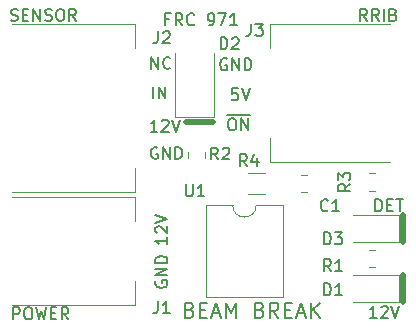
<source format=gbr>
%TF.GenerationSoftware,KiCad,Pcbnew,7.0.10-7.0.10~ubuntu20.04.1*%
%TF.CreationDate,2024-01-20T13:36:01-08:00*%
%TF.ProjectId,beambreak,6265616d-6272-4656-916b-2e6b69636164,rev?*%
%TF.SameCoordinates,Original*%
%TF.FileFunction,Legend,Top*%
%TF.FilePolarity,Positive*%
%FSLAX46Y46*%
G04 Gerber Fmt 4.6, Leading zero omitted, Abs format (unit mm)*
G04 Created by KiCad (PCBNEW 7.0.10-7.0.10~ubuntu20.04.1) date 2024-01-20 13:36:01*
%MOMM*%
%LPD*%
G01*
G04 APERTURE LIST*
%ADD10C,0.508000*%
%ADD11C,0.150000*%
%ADD12C,0.203200*%
%ADD13C,0.120000*%
G04 APERTURE END LIST*
D10*
X142316200Y-103648000D02*
X142316200Y-105918000D01*
X142316200Y-98560000D02*
X142316200Y-100830000D01*
X123968000Y-90678000D02*
X126238000Y-90678000D01*
D11*
X122555333Y-81973009D02*
X122222000Y-81973009D01*
X122222000Y-82496819D02*
X122222000Y-81496819D01*
X122222000Y-81496819D02*
X122698190Y-81496819D01*
X123650571Y-82496819D02*
X123317238Y-82020628D01*
X123079143Y-82496819D02*
X123079143Y-81496819D01*
X123079143Y-81496819D02*
X123460095Y-81496819D01*
X123460095Y-81496819D02*
X123555333Y-81544438D01*
X123555333Y-81544438D02*
X123602952Y-81592057D01*
X123602952Y-81592057D02*
X123650571Y-81687295D01*
X123650571Y-81687295D02*
X123650571Y-81830152D01*
X123650571Y-81830152D02*
X123602952Y-81925390D01*
X123602952Y-81925390D02*
X123555333Y-81973009D01*
X123555333Y-81973009D02*
X123460095Y-82020628D01*
X123460095Y-82020628D02*
X123079143Y-82020628D01*
X124650571Y-82401580D02*
X124602952Y-82449200D01*
X124602952Y-82449200D02*
X124460095Y-82496819D01*
X124460095Y-82496819D02*
X124364857Y-82496819D01*
X124364857Y-82496819D02*
X124222000Y-82449200D01*
X124222000Y-82449200D02*
X124126762Y-82353961D01*
X124126762Y-82353961D02*
X124079143Y-82258723D01*
X124079143Y-82258723D02*
X124031524Y-82068247D01*
X124031524Y-82068247D02*
X124031524Y-81925390D01*
X124031524Y-81925390D02*
X124079143Y-81734914D01*
X124079143Y-81734914D02*
X124126762Y-81639676D01*
X124126762Y-81639676D02*
X124222000Y-81544438D01*
X124222000Y-81544438D02*
X124364857Y-81496819D01*
X124364857Y-81496819D02*
X124460095Y-81496819D01*
X124460095Y-81496819D02*
X124602952Y-81544438D01*
X124602952Y-81544438D02*
X124650571Y-81592057D01*
X125888667Y-82496819D02*
X126079143Y-82496819D01*
X126079143Y-82496819D02*
X126174381Y-82449200D01*
X126174381Y-82449200D02*
X126222000Y-82401580D01*
X126222000Y-82401580D02*
X126317238Y-82258723D01*
X126317238Y-82258723D02*
X126364857Y-82068247D01*
X126364857Y-82068247D02*
X126364857Y-81687295D01*
X126364857Y-81687295D02*
X126317238Y-81592057D01*
X126317238Y-81592057D02*
X126269619Y-81544438D01*
X126269619Y-81544438D02*
X126174381Y-81496819D01*
X126174381Y-81496819D02*
X125983905Y-81496819D01*
X125983905Y-81496819D02*
X125888667Y-81544438D01*
X125888667Y-81544438D02*
X125841048Y-81592057D01*
X125841048Y-81592057D02*
X125793429Y-81687295D01*
X125793429Y-81687295D02*
X125793429Y-81925390D01*
X125793429Y-81925390D02*
X125841048Y-82020628D01*
X125841048Y-82020628D02*
X125888667Y-82068247D01*
X125888667Y-82068247D02*
X125983905Y-82115866D01*
X125983905Y-82115866D02*
X126174381Y-82115866D01*
X126174381Y-82115866D02*
X126269619Y-82068247D01*
X126269619Y-82068247D02*
X126317238Y-82020628D01*
X126317238Y-82020628D02*
X126364857Y-81925390D01*
X126698191Y-81496819D02*
X127364857Y-81496819D01*
X127364857Y-81496819D02*
X126936286Y-82496819D01*
X128269619Y-82496819D02*
X127698191Y-82496819D01*
X127983905Y-82496819D02*
X127983905Y-81496819D01*
X127983905Y-81496819D02*
X127888667Y-81639676D01*
X127888667Y-81639676D02*
X127793429Y-81734914D01*
X127793429Y-81734914D02*
X127698191Y-81782533D01*
X127774649Y-90386819D02*
X127965125Y-90386819D01*
X127965125Y-90386819D02*
X128060363Y-90434438D01*
X128060363Y-90434438D02*
X128155601Y-90529676D01*
X128155601Y-90529676D02*
X128203220Y-90720152D01*
X128203220Y-90720152D02*
X128203220Y-91053485D01*
X128203220Y-91053485D02*
X128155601Y-91243961D01*
X128155601Y-91243961D02*
X128060363Y-91339200D01*
X128060363Y-91339200D02*
X127965125Y-91386819D01*
X127965125Y-91386819D02*
X127774649Y-91386819D01*
X127774649Y-91386819D02*
X127679411Y-91339200D01*
X127679411Y-91339200D02*
X127584173Y-91243961D01*
X127584173Y-91243961D02*
X127536554Y-91053485D01*
X127536554Y-91053485D02*
X127536554Y-90720152D01*
X127536554Y-90720152D02*
X127584173Y-90529676D01*
X127584173Y-90529676D02*
X127679411Y-90434438D01*
X127679411Y-90434438D02*
X127774649Y-90386819D01*
X128631792Y-91386819D02*
X128631792Y-90386819D01*
X128631792Y-90386819D02*
X129203220Y-91386819D01*
X129203220Y-91386819D02*
X129203220Y-90386819D01*
X127446078Y-90109200D02*
X129341316Y-90109200D01*
X122374819Y-100441047D02*
X122374819Y-101012475D01*
X122374819Y-100726761D02*
X121374819Y-100726761D01*
X121374819Y-100726761D02*
X121517676Y-100821999D01*
X121517676Y-100821999D02*
X121612914Y-100917237D01*
X121612914Y-100917237D02*
X121660533Y-101012475D01*
X121470057Y-100060094D02*
X121422438Y-100012475D01*
X121422438Y-100012475D02*
X121374819Y-99917237D01*
X121374819Y-99917237D02*
X121374819Y-99679142D01*
X121374819Y-99679142D02*
X121422438Y-99583904D01*
X121422438Y-99583904D02*
X121470057Y-99536285D01*
X121470057Y-99536285D02*
X121565295Y-99488666D01*
X121565295Y-99488666D02*
X121660533Y-99488666D01*
X121660533Y-99488666D02*
X121803390Y-99536285D01*
X121803390Y-99536285D02*
X122374819Y-100107713D01*
X122374819Y-100107713D02*
X122374819Y-99488666D01*
X121374819Y-99202951D02*
X122374819Y-98869618D01*
X122374819Y-98869618D02*
X121374819Y-98536285D01*
X127409601Y-85354438D02*
X127314363Y-85306819D01*
X127314363Y-85306819D02*
X127171506Y-85306819D01*
X127171506Y-85306819D02*
X127028649Y-85354438D01*
X127028649Y-85354438D02*
X126933411Y-85449676D01*
X126933411Y-85449676D02*
X126885792Y-85544914D01*
X126885792Y-85544914D02*
X126838173Y-85735390D01*
X126838173Y-85735390D02*
X126838173Y-85878247D01*
X126838173Y-85878247D02*
X126885792Y-86068723D01*
X126885792Y-86068723D02*
X126933411Y-86163961D01*
X126933411Y-86163961D02*
X127028649Y-86259200D01*
X127028649Y-86259200D02*
X127171506Y-86306819D01*
X127171506Y-86306819D02*
X127266744Y-86306819D01*
X127266744Y-86306819D02*
X127409601Y-86259200D01*
X127409601Y-86259200D02*
X127457220Y-86211580D01*
X127457220Y-86211580D02*
X127457220Y-85878247D01*
X127457220Y-85878247D02*
X127266744Y-85878247D01*
X127885792Y-86306819D02*
X127885792Y-85306819D01*
X127885792Y-85306819D02*
X128457220Y-86306819D01*
X128457220Y-86306819D02*
X128457220Y-85306819D01*
X128933411Y-86306819D02*
X128933411Y-85306819D01*
X128933411Y-85306819D02*
X129171506Y-85306819D01*
X129171506Y-85306819D02*
X129314363Y-85354438D01*
X129314363Y-85354438D02*
X129409601Y-85449676D01*
X129409601Y-85449676D02*
X129457220Y-85544914D01*
X129457220Y-85544914D02*
X129504839Y-85735390D01*
X129504839Y-85735390D02*
X129504839Y-85878247D01*
X129504839Y-85878247D02*
X129457220Y-86068723D01*
X129457220Y-86068723D02*
X129409601Y-86163961D01*
X129409601Y-86163961D02*
X129314363Y-86259200D01*
X129314363Y-86259200D02*
X129171506Y-86306819D01*
X129171506Y-86306819D02*
X128933411Y-86306819D01*
X121539095Y-92847438D02*
X121443857Y-92799819D01*
X121443857Y-92799819D02*
X121301000Y-92799819D01*
X121301000Y-92799819D02*
X121158143Y-92847438D01*
X121158143Y-92847438D02*
X121062905Y-92942676D01*
X121062905Y-92942676D02*
X121015286Y-93037914D01*
X121015286Y-93037914D02*
X120967667Y-93228390D01*
X120967667Y-93228390D02*
X120967667Y-93371247D01*
X120967667Y-93371247D02*
X121015286Y-93561723D01*
X121015286Y-93561723D02*
X121062905Y-93656961D01*
X121062905Y-93656961D02*
X121158143Y-93752200D01*
X121158143Y-93752200D02*
X121301000Y-93799819D01*
X121301000Y-93799819D02*
X121396238Y-93799819D01*
X121396238Y-93799819D02*
X121539095Y-93752200D01*
X121539095Y-93752200D02*
X121586714Y-93704580D01*
X121586714Y-93704580D02*
X121586714Y-93371247D01*
X121586714Y-93371247D02*
X121396238Y-93371247D01*
X122015286Y-93799819D02*
X122015286Y-92799819D01*
X122015286Y-92799819D02*
X122586714Y-93799819D01*
X122586714Y-93799819D02*
X122586714Y-92799819D01*
X123062905Y-93799819D02*
X123062905Y-92799819D01*
X123062905Y-92799819D02*
X123301000Y-92799819D01*
X123301000Y-92799819D02*
X123443857Y-92847438D01*
X123443857Y-92847438D02*
X123539095Y-92942676D01*
X123539095Y-92942676D02*
X123586714Y-93037914D01*
X123586714Y-93037914D02*
X123634333Y-93228390D01*
X123634333Y-93228390D02*
X123634333Y-93371247D01*
X123634333Y-93371247D02*
X123586714Y-93561723D01*
X123586714Y-93561723D02*
X123539095Y-93656961D01*
X123539095Y-93656961D02*
X123443857Y-93752200D01*
X123443857Y-93752200D02*
X123301000Y-93799819D01*
X123301000Y-93799819D02*
X123062905Y-93799819D01*
X121536275Y-91502291D02*
X120964847Y-91502291D01*
X121250561Y-91502291D02*
X121250561Y-90502291D01*
X121250561Y-90502291D02*
X121155323Y-90645148D01*
X121155323Y-90645148D02*
X121060085Y-90740386D01*
X121060085Y-90740386D02*
X120964847Y-90788005D01*
X121917228Y-90597529D02*
X121964847Y-90549910D01*
X121964847Y-90549910D02*
X122060085Y-90502291D01*
X122060085Y-90502291D02*
X122298180Y-90502291D01*
X122298180Y-90502291D02*
X122393418Y-90549910D01*
X122393418Y-90549910D02*
X122441037Y-90597529D01*
X122441037Y-90597529D02*
X122488656Y-90692767D01*
X122488656Y-90692767D02*
X122488656Y-90788005D01*
X122488656Y-90788005D02*
X122441037Y-90930862D01*
X122441037Y-90930862D02*
X121869609Y-91502291D01*
X121869609Y-91502291D02*
X122488656Y-91502291D01*
X122774371Y-90502291D02*
X123107704Y-91502291D01*
X123107704Y-91502291D02*
X123441037Y-90502291D01*
X121162672Y-88689239D02*
X121162672Y-87689239D01*
X121638862Y-88689239D02*
X121638862Y-87689239D01*
X121638862Y-87689239D02*
X122210290Y-88689239D01*
X122210290Y-88689239D02*
X122210290Y-87689239D01*
D12*
X124278571Y-106591721D02*
X124459999Y-106652197D01*
X124459999Y-106652197D02*
X124520476Y-106712673D01*
X124520476Y-106712673D02*
X124580952Y-106833625D01*
X124580952Y-106833625D02*
X124580952Y-107015054D01*
X124580952Y-107015054D02*
X124520476Y-107136006D01*
X124520476Y-107136006D02*
X124459999Y-107196483D01*
X124459999Y-107196483D02*
X124339047Y-107256959D01*
X124339047Y-107256959D02*
X123855237Y-107256959D01*
X123855237Y-107256959D02*
X123855237Y-105986959D01*
X123855237Y-105986959D02*
X124278571Y-105986959D01*
X124278571Y-105986959D02*
X124399523Y-106047435D01*
X124399523Y-106047435D02*
X124459999Y-106107911D01*
X124459999Y-106107911D02*
X124520476Y-106228863D01*
X124520476Y-106228863D02*
X124520476Y-106349816D01*
X124520476Y-106349816D02*
X124459999Y-106470768D01*
X124459999Y-106470768D02*
X124399523Y-106531244D01*
X124399523Y-106531244D02*
X124278571Y-106591721D01*
X124278571Y-106591721D02*
X123855237Y-106591721D01*
X125125237Y-106591721D02*
X125548571Y-106591721D01*
X125729999Y-107256959D02*
X125125237Y-107256959D01*
X125125237Y-107256959D02*
X125125237Y-105986959D01*
X125125237Y-105986959D02*
X125729999Y-105986959D01*
X126213809Y-106894102D02*
X126818571Y-106894102D01*
X126092857Y-107256959D02*
X126516190Y-105986959D01*
X126516190Y-105986959D02*
X126939524Y-107256959D01*
X127362856Y-107256959D02*
X127362856Y-105986959D01*
X127362856Y-105986959D02*
X127786190Y-106894102D01*
X127786190Y-106894102D02*
X128209523Y-105986959D01*
X128209523Y-105986959D02*
X128209523Y-107256959D01*
X130205238Y-106591721D02*
X130386666Y-106652197D01*
X130386666Y-106652197D02*
X130447143Y-106712673D01*
X130447143Y-106712673D02*
X130507619Y-106833625D01*
X130507619Y-106833625D02*
X130507619Y-107015054D01*
X130507619Y-107015054D02*
X130447143Y-107136006D01*
X130447143Y-107136006D02*
X130386666Y-107196483D01*
X130386666Y-107196483D02*
X130265714Y-107256959D01*
X130265714Y-107256959D02*
X129781904Y-107256959D01*
X129781904Y-107256959D02*
X129781904Y-105986959D01*
X129781904Y-105986959D02*
X130205238Y-105986959D01*
X130205238Y-105986959D02*
X130326190Y-106047435D01*
X130326190Y-106047435D02*
X130386666Y-106107911D01*
X130386666Y-106107911D02*
X130447143Y-106228863D01*
X130447143Y-106228863D02*
X130447143Y-106349816D01*
X130447143Y-106349816D02*
X130386666Y-106470768D01*
X130386666Y-106470768D02*
X130326190Y-106531244D01*
X130326190Y-106531244D02*
X130205238Y-106591721D01*
X130205238Y-106591721D02*
X129781904Y-106591721D01*
X131777619Y-107256959D02*
X131354285Y-106652197D01*
X131051904Y-107256959D02*
X131051904Y-105986959D01*
X131051904Y-105986959D02*
X131535714Y-105986959D01*
X131535714Y-105986959D02*
X131656666Y-106047435D01*
X131656666Y-106047435D02*
X131717143Y-106107911D01*
X131717143Y-106107911D02*
X131777619Y-106228863D01*
X131777619Y-106228863D02*
X131777619Y-106410292D01*
X131777619Y-106410292D02*
X131717143Y-106531244D01*
X131717143Y-106531244D02*
X131656666Y-106591721D01*
X131656666Y-106591721D02*
X131535714Y-106652197D01*
X131535714Y-106652197D02*
X131051904Y-106652197D01*
X132321904Y-106591721D02*
X132745238Y-106591721D01*
X132926666Y-107256959D02*
X132321904Y-107256959D01*
X132321904Y-107256959D02*
X132321904Y-105986959D01*
X132321904Y-105986959D02*
X132926666Y-105986959D01*
X133410476Y-106894102D02*
X134015238Y-106894102D01*
X133289524Y-107256959D02*
X133712857Y-105986959D01*
X133712857Y-105986959D02*
X134136191Y-107256959D01*
X134559523Y-107256959D02*
X134559523Y-105986959D01*
X135285238Y-107256959D02*
X134740952Y-106531244D01*
X135285238Y-105986959D02*
X134559523Y-106712673D01*
D11*
X121007286Y-86179819D02*
X121007286Y-85179819D01*
X121007286Y-85179819D02*
X121578714Y-86179819D01*
X121578714Y-86179819D02*
X121578714Y-85179819D01*
X122626333Y-86084580D02*
X122578714Y-86132200D01*
X122578714Y-86132200D02*
X122435857Y-86179819D01*
X122435857Y-86179819D02*
X122340619Y-86179819D01*
X122340619Y-86179819D02*
X122197762Y-86132200D01*
X122197762Y-86132200D02*
X122102524Y-86036961D01*
X122102524Y-86036961D02*
X122054905Y-85941723D01*
X122054905Y-85941723D02*
X122007286Y-85751247D01*
X122007286Y-85751247D02*
X122007286Y-85608390D01*
X122007286Y-85608390D02*
X122054905Y-85417914D01*
X122054905Y-85417914D02*
X122102524Y-85322676D01*
X122102524Y-85322676D02*
X122197762Y-85227438D01*
X122197762Y-85227438D02*
X122340619Y-85179819D01*
X122340619Y-85179819D02*
X122435857Y-85179819D01*
X122435857Y-85179819D02*
X122578714Y-85227438D01*
X122578714Y-85227438D02*
X122626333Y-85275057D01*
X128346077Y-87846819D02*
X127869887Y-87846819D01*
X127869887Y-87846819D02*
X127822268Y-88323009D01*
X127822268Y-88323009D02*
X127869887Y-88275390D01*
X127869887Y-88275390D02*
X127965125Y-88227771D01*
X127965125Y-88227771D02*
X128203220Y-88227771D01*
X128203220Y-88227771D02*
X128298458Y-88275390D01*
X128298458Y-88275390D02*
X128346077Y-88323009D01*
X128346077Y-88323009D02*
X128393696Y-88418247D01*
X128393696Y-88418247D02*
X128393696Y-88656342D01*
X128393696Y-88656342D02*
X128346077Y-88751580D01*
X128346077Y-88751580D02*
X128298458Y-88799200D01*
X128298458Y-88799200D02*
X128203220Y-88846819D01*
X128203220Y-88846819D02*
X127965125Y-88846819D01*
X127965125Y-88846819D02*
X127869887Y-88799200D01*
X127869887Y-88799200D02*
X127822268Y-88751580D01*
X128679411Y-87846819D02*
X129012744Y-88846819D01*
X129012744Y-88846819D02*
X129346077Y-87846819D01*
X121422438Y-104139904D02*
X121374819Y-104235142D01*
X121374819Y-104235142D02*
X121374819Y-104377999D01*
X121374819Y-104377999D02*
X121422438Y-104520856D01*
X121422438Y-104520856D02*
X121517676Y-104616094D01*
X121517676Y-104616094D02*
X121612914Y-104663713D01*
X121612914Y-104663713D02*
X121803390Y-104711332D01*
X121803390Y-104711332D02*
X121946247Y-104711332D01*
X121946247Y-104711332D02*
X122136723Y-104663713D01*
X122136723Y-104663713D02*
X122231961Y-104616094D01*
X122231961Y-104616094D02*
X122327200Y-104520856D01*
X122327200Y-104520856D02*
X122374819Y-104377999D01*
X122374819Y-104377999D02*
X122374819Y-104282761D01*
X122374819Y-104282761D02*
X122327200Y-104139904D01*
X122327200Y-104139904D02*
X122279580Y-104092285D01*
X122279580Y-104092285D02*
X121946247Y-104092285D01*
X121946247Y-104092285D02*
X121946247Y-104282761D01*
X122374819Y-103663713D02*
X121374819Y-103663713D01*
X121374819Y-103663713D02*
X122374819Y-103092285D01*
X122374819Y-103092285D02*
X121374819Y-103092285D01*
X122374819Y-102616094D02*
X121374819Y-102616094D01*
X121374819Y-102616094D02*
X121374819Y-102377999D01*
X121374819Y-102377999D02*
X121422438Y-102235142D01*
X121422438Y-102235142D02*
X121517676Y-102139904D01*
X121517676Y-102139904D02*
X121612914Y-102092285D01*
X121612914Y-102092285D02*
X121803390Y-102044666D01*
X121803390Y-102044666D02*
X121946247Y-102044666D01*
X121946247Y-102044666D02*
X122136723Y-102092285D01*
X122136723Y-102092285D02*
X122231961Y-102139904D01*
X122231961Y-102139904D02*
X122327200Y-102235142D01*
X122327200Y-102235142D02*
X122374819Y-102377999D01*
X122374819Y-102377999D02*
X122374819Y-102616094D01*
X129460666Y-82385819D02*
X129460666Y-83100104D01*
X129460666Y-83100104D02*
X129413047Y-83242961D01*
X129413047Y-83242961D02*
X129317809Y-83338200D01*
X129317809Y-83338200D02*
X129174952Y-83385819D01*
X129174952Y-83385819D02*
X129079714Y-83385819D01*
X129841619Y-82385819D02*
X130460666Y-82385819D01*
X130460666Y-82385819D02*
X130127333Y-82766771D01*
X130127333Y-82766771D02*
X130270190Y-82766771D01*
X130270190Y-82766771D02*
X130365428Y-82814390D01*
X130365428Y-82814390D02*
X130413047Y-82862009D01*
X130413047Y-82862009D02*
X130460666Y-82957247D01*
X130460666Y-82957247D02*
X130460666Y-83195342D01*
X130460666Y-83195342D02*
X130413047Y-83290580D01*
X130413047Y-83290580D02*
X130365428Y-83338200D01*
X130365428Y-83338200D02*
X130270190Y-83385819D01*
X130270190Y-83385819D02*
X129984476Y-83385819D01*
X129984476Y-83385819D02*
X129889238Y-83338200D01*
X129889238Y-83338200D02*
X129841619Y-83290580D01*
X139279428Y-82115819D02*
X138946095Y-81639628D01*
X138708000Y-82115819D02*
X138708000Y-81115819D01*
X138708000Y-81115819D02*
X139088952Y-81115819D01*
X139088952Y-81115819D02*
X139184190Y-81163438D01*
X139184190Y-81163438D02*
X139231809Y-81211057D01*
X139231809Y-81211057D02*
X139279428Y-81306295D01*
X139279428Y-81306295D02*
X139279428Y-81449152D01*
X139279428Y-81449152D02*
X139231809Y-81544390D01*
X139231809Y-81544390D02*
X139184190Y-81592009D01*
X139184190Y-81592009D02*
X139088952Y-81639628D01*
X139088952Y-81639628D02*
X138708000Y-81639628D01*
X140279428Y-82115819D02*
X139946095Y-81639628D01*
X139708000Y-82115819D02*
X139708000Y-81115819D01*
X139708000Y-81115819D02*
X140088952Y-81115819D01*
X140088952Y-81115819D02*
X140184190Y-81163438D01*
X140184190Y-81163438D02*
X140231809Y-81211057D01*
X140231809Y-81211057D02*
X140279428Y-81306295D01*
X140279428Y-81306295D02*
X140279428Y-81449152D01*
X140279428Y-81449152D02*
X140231809Y-81544390D01*
X140231809Y-81544390D02*
X140184190Y-81592009D01*
X140184190Y-81592009D02*
X140088952Y-81639628D01*
X140088952Y-81639628D02*
X139708000Y-81639628D01*
X140708000Y-82115819D02*
X140708000Y-81115819D01*
X141517523Y-81592009D02*
X141660380Y-81639628D01*
X141660380Y-81639628D02*
X141707999Y-81687247D01*
X141707999Y-81687247D02*
X141755618Y-81782485D01*
X141755618Y-81782485D02*
X141755618Y-81925342D01*
X141755618Y-81925342D02*
X141707999Y-82020580D01*
X141707999Y-82020580D02*
X141660380Y-82068200D01*
X141660380Y-82068200D02*
X141565142Y-82115819D01*
X141565142Y-82115819D02*
X141184190Y-82115819D01*
X141184190Y-82115819D02*
X141184190Y-81115819D01*
X141184190Y-81115819D02*
X141517523Y-81115819D01*
X141517523Y-81115819D02*
X141612761Y-81163438D01*
X141612761Y-81163438D02*
X141660380Y-81211057D01*
X141660380Y-81211057D02*
X141707999Y-81306295D01*
X141707999Y-81306295D02*
X141707999Y-81401533D01*
X141707999Y-81401533D02*
X141660380Y-81496771D01*
X141660380Y-81496771D02*
X141612761Y-81544390D01*
X141612761Y-81544390D02*
X141517523Y-81592009D01*
X141517523Y-81592009D02*
X141184190Y-81592009D01*
X135659905Y-101038819D02*
X135659905Y-100038819D01*
X135659905Y-100038819D02*
X135898000Y-100038819D01*
X135898000Y-100038819D02*
X136040857Y-100086438D01*
X136040857Y-100086438D02*
X136136095Y-100181676D01*
X136136095Y-100181676D02*
X136183714Y-100276914D01*
X136183714Y-100276914D02*
X136231333Y-100467390D01*
X136231333Y-100467390D02*
X136231333Y-100610247D01*
X136231333Y-100610247D02*
X136183714Y-100800723D01*
X136183714Y-100800723D02*
X136136095Y-100895961D01*
X136136095Y-100895961D02*
X136040857Y-100991200D01*
X136040857Y-100991200D02*
X135898000Y-101038819D01*
X135898000Y-101038819D02*
X135659905Y-101038819D01*
X136564667Y-100038819D02*
X137183714Y-100038819D01*
X137183714Y-100038819D02*
X136850381Y-100419771D01*
X136850381Y-100419771D02*
X136993238Y-100419771D01*
X136993238Y-100419771D02*
X137088476Y-100467390D01*
X137088476Y-100467390D02*
X137136095Y-100515009D01*
X137136095Y-100515009D02*
X137183714Y-100610247D01*
X137183714Y-100610247D02*
X137183714Y-100848342D01*
X137183714Y-100848342D02*
X137136095Y-100943580D01*
X137136095Y-100943580D02*
X137088476Y-100991200D01*
X137088476Y-100991200D02*
X136993238Y-101038819D01*
X136993238Y-101038819D02*
X136707524Y-101038819D01*
X136707524Y-101038819D02*
X136612286Y-100991200D01*
X136612286Y-100991200D02*
X136564667Y-100943580D01*
X140001762Y-98244819D02*
X140001762Y-97244819D01*
X140001762Y-97244819D02*
X140239857Y-97244819D01*
X140239857Y-97244819D02*
X140382714Y-97292438D01*
X140382714Y-97292438D02*
X140477952Y-97387676D01*
X140477952Y-97387676D02*
X140525571Y-97482914D01*
X140525571Y-97482914D02*
X140573190Y-97673390D01*
X140573190Y-97673390D02*
X140573190Y-97816247D01*
X140573190Y-97816247D02*
X140525571Y-98006723D01*
X140525571Y-98006723D02*
X140477952Y-98101961D01*
X140477952Y-98101961D02*
X140382714Y-98197200D01*
X140382714Y-98197200D02*
X140239857Y-98244819D01*
X140239857Y-98244819D02*
X140001762Y-98244819D01*
X141001762Y-97721009D02*
X141335095Y-97721009D01*
X141477952Y-98244819D02*
X141001762Y-98244819D01*
X141001762Y-98244819D02*
X141001762Y-97244819D01*
X141001762Y-97244819D02*
X141477952Y-97244819D01*
X141763667Y-97244819D02*
X142335095Y-97244819D01*
X142049381Y-98244819D02*
X142049381Y-97244819D01*
X129119333Y-94434819D02*
X128786000Y-93958628D01*
X128547905Y-94434819D02*
X128547905Y-93434819D01*
X128547905Y-93434819D02*
X128928857Y-93434819D01*
X128928857Y-93434819D02*
X129024095Y-93482438D01*
X129024095Y-93482438D02*
X129071714Y-93530057D01*
X129071714Y-93530057D02*
X129119333Y-93625295D01*
X129119333Y-93625295D02*
X129119333Y-93768152D01*
X129119333Y-93768152D02*
X129071714Y-93863390D01*
X129071714Y-93863390D02*
X129024095Y-93911009D01*
X129024095Y-93911009D02*
X128928857Y-93958628D01*
X128928857Y-93958628D02*
X128547905Y-93958628D01*
X129976476Y-93768152D02*
X129976476Y-94434819D01*
X129738381Y-93387200D02*
X129500286Y-94101485D01*
X129500286Y-94101485D02*
X130119333Y-94101485D01*
X135659905Y-105356819D02*
X135659905Y-104356819D01*
X135659905Y-104356819D02*
X135898000Y-104356819D01*
X135898000Y-104356819D02*
X136040857Y-104404438D01*
X136040857Y-104404438D02*
X136136095Y-104499676D01*
X136136095Y-104499676D02*
X136183714Y-104594914D01*
X136183714Y-104594914D02*
X136231333Y-104785390D01*
X136231333Y-104785390D02*
X136231333Y-104928247D01*
X136231333Y-104928247D02*
X136183714Y-105118723D01*
X136183714Y-105118723D02*
X136136095Y-105213961D01*
X136136095Y-105213961D02*
X136040857Y-105309200D01*
X136040857Y-105309200D02*
X135898000Y-105356819D01*
X135898000Y-105356819D02*
X135659905Y-105356819D01*
X137183714Y-105356819D02*
X136612286Y-105356819D01*
X136898000Y-105356819D02*
X136898000Y-104356819D01*
X136898000Y-104356819D02*
X136802762Y-104499676D01*
X136802762Y-104499676D02*
X136707524Y-104594914D01*
X136707524Y-104594914D02*
X136612286Y-104642533D01*
X140096952Y-107261819D02*
X139525524Y-107261819D01*
X139811238Y-107261819D02*
X139811238Y-106261819D01*
X139811238Y-106261819D02*
X139716000Y-106404676D01*
X139716000Y-106404676D02*
X139620762Y-106499914D01*
X139620762Y-106499914D02*
X139525524Y-106547533D01*
X140477905Y-106357057D02*
X140525524Y-106309438D01*
X140525524Y-106309438D02*
X140620762Y-106261819D01*
X140620762Y-106261819D02*
X140858857Y-106261819D01*
X140858857Y-106261819D02*
X140954095Y-106309438D01*
X140954095Y-106309438D02*
X141001714Y-106357057D01*
X141001714Y-106357057D02*
X141049333Y-106452295D01*
X141049333Y-106452295D02*
X141049333Y-106547533D01*
X141049333Y-106547533D02*
X141001714Y-106690390D01*
X141001714Y-106690390D02*
X140430286Y-107261819D01*
X140430286Y-107261819D02*
X141049333Y-107261819D01*
X141335048Y-106261819D02*
X141668381Y-107261819D01*
X141668381Y-107261819D02*
X142001714Y-106261819D01*
X135977333Y-98149580D02*
X135929714Y-98197200D01*
X135929714Y-98197200D02*
X135786857Y-98244819D01*
X135786857Y-98244819D02*
X135691619Y-98244819D01*
X135691619Y-98244819D02*
X135548762Y-98197200D01*
X135548762Y-98197200D02*
X135453524Y-98101961D01*
X135453524Y-98101961D02*
X135405905Y-98006723D01*
X135405905Y-98006723D02*
X135358286Y-97816247D01*
X135358286Y-97816247D02*
X135358286Y-97673390D01*
X135358286Y-97673390D02*
X135405905Y-97482914D01*
X135405905Y-97482914D02*
X135453524Y-97387676D01*
X135453524Y-97387676D02*
X135548762Y-97292438D01*
X135548762Y-97292438D02*
X135691619Y-97244819D01*
X135691619Y-97244819D02*
X135786857Y-97244819D01*
X135786857Y-97244819D02*
X135929714Y-97292438D01*
X135929714Y-97292438D02*
X135977333Y-97340057D01*
X136929714Y-98244819D02*
X136358286Y-98244819D01*
X136644000Y-98244819D02*
X136644000Y-97244819D01*
X136644000Y-97244819D02*
X136548762Y-97387676D01*
X136548762Y-97387676D02*
X136453524Y-97482914D01*
X136453524Y-97482914D02*
X136358286Y-97530533D01*
X121586666Y-83020819D02*
X121586666Y-83735104D01*
X121586666Y-83735104D02*
X121539047Y-83877961D01*
X121539047Y-83877961D02*
X121443809Y-83973200D01*
X121443809Y-83973200D02*
X121300952Y-84020819D01*
X121300952Y-84020819D02*
X121205714Y-84020819D01*
X122015238Y-83116057D02*
X122062857Y-83068438D01*
X122062857Y-83068438D02*
X122158095Y-83020819D01*
X122158095Y-83020819D02*
X122396190Y-83020819D01*
X122396190Y-83020819D02*
X122491428Y-83068438D01*
X122491428Y-83068438D02*
X122539047Y-83116057D01*
X122539047Y-83116057D02*
X122586666Y-83211295D01*
X122586666Y-83211295D02*
X122586666Y-83306533D01*
X122586666Y-83306533D02*
X122539047Y-83449390D01*
X122539047Y-83449390D02*
X121967619Y-84020819D01*
X121967619Y-84020819D02*
X122586666Y-84020819D01*
X109125095Y-82068200D02*
X109267952Y-82115819D01*
X109267952Y-82115819D02*
X109506047Y-82115819D01*
X109506047Y-82115819D02*
X109601285Y-82068200D01*
X109601285Y-82068200D02*
X109648904Y-82020580D01*
X109648904Y-82020580D02*
X109696523Y-81925342D01*
X109696523Y-81925342D02*
X109696523Y-81830104D01*
X109696523Y-81830104D02*
X109648904Y-81734866D01*
X109648904Y-81734866D02*
X109601285Y-81687247D01*
X109601285Y-81687247D02*
X109506047Y-81639628D01*
X109506047Y-81639628D02*
X109315571Y-81592009D01*
X109315571Y-81592009D02*
X109220333Y-81544390D01*
X109220333Y-81544390D02*
X109172714Y-81496771D01*
X109172714Y-81496771D02*
X109125095Y-81401533D01*
X109125095Y-81401533D02*
X109125095Y-81306295D01*
X109125095Y-81306295D02*
X109172714Y-81211057D01*
X109172714Y-81211057D02*
X109220333Y-81163438D01*
X109220333Y-81163438D02*
X109315571Y-81115819D01*
X109315571Y-81115819D02*
X109553666Y-81115819D01*
X109553666Y-81115819D02*
X109696523Y-81163438D01*
X110125095Y-81592009D02*
X110458428Y-81592009D01*
X110601285Y-82115819D02*
X110125095Y-82115819D01*
X110125095Y-82115819D02*
X110125095Y-81115819D01*
X110125095Y-81115819D02*
X110601285Y-81115819D01*
X111029857Y-82115819D02*
X111029857Y-81115819D01*
X111029857Y-81115819D02*
X111601285Y-82115819D01*
X111601285Y-82115819D02*
X111601285Y-81115819D01*
X112029857Y-82068200D02*
X112172714Y-82115819D01*
X112172714Y-82115819D02*
X112410809Y-82115819D01*
X112410809Y-82115819D02*
X112506047Y-82068200D01*
X112506047Y-82068200D02*
X112553666Y-82020580D01*
X112553666Y-82020580D02*
X112601285Y-81925342D01*
X112601285Y-81925342D02*
X112601285Y-81830104D01*
X112601285Y-81830104D02*
X112553666Y-81734866D01*
X112553666Y-81734866D02*
X112506047Y-81687247D01*
X112506047Y-81687247D02*
X112410809Y-81639628D01*
X112410809Y-81639628D02*
X112220333Y-81592009D01*
X112220333Y-81592009D02*
X112125095Y-81544390D01*
X112125095Y-81544390D02*
X112077476Y-81496771D01*
X112077476Y-81496771D02*
X112029857Y-81401533D01*
X112029857Y-81401533D02*
X112029857Y-81306295D01*
X112029857Y-81306295D02*
X112077476Y-81211057D01*
X112077476Y-81211057D02*
X112125095Y-81163438D01*
X112125095Y-81163438D02*
X112220333Y-81115819D01*
X112220333Y-81115819D02*
X112458428Y-81115819D01*
X112458428Y-81115819D02*
X112601285Y-81163438D01*
X113220333Y-81115819D02*
X113410809Y-81115819D01*
X113410809Y-81115819D02*
X113506047Y-81163438D01*
X113506047Y-81163438D02*
X113601285Y-81258676D01*
X113601285Y-81258676D02*
X113648904Y-81449152D01*
X113648904Y-81449152D02*
X113648904Y-81782485D01*
X113648904Y-81782485D02*
X113601285Y-81972961D01*
X113601285Y-81972961D02*
X113506047Y-82068200D01*
X113506047Y-82068200D02*
X113410809Y-82115819D01*
X113410809Y-82115819D02*
X113220333Y-82115819D01*
X113220333Y-82115819D02*
X113125095Y-82068200D01*
X113125095Y-82068200D02*
X113029857Y-81972961D01*
X113029857Y-81972961D02*
X112982238Y-81782485D01*
X112982238Y-81782485D02*
X112982238Y-81449152D01*
X112982238Y-81449152D02*
X113029857Y-81258676D01*
X113029857Y-81258676D02*
X113125095Y-81163438D01*
X113125095Y-81163438D02*
X113220333Y-81115819D01*
X114648904Y-82115819D02*
X114315571Y-81639628D01*
X114077476Y-82115819D02*
X114077476Y-81115819D01*
X114077476Y-81115819D02*
X114458428Y-81115819D01*
X114458428Y-81115819D02*
X114553666Y-81163438D01*
X114553666Y-81163438D02*
X114601285Y-81211057D01*
X114601285Y-81211057D02*
X114648904Y-81306295D01*
X114648904Y-81306295D02*
X114648904Y-81449152D01*
X114648904Y-81449152D02*
X114601285Y-81544390D01*
X114601285Y-81544390D02*
X114553666Y-81592009D01*
X114553666Y-81592009D02*
X114458428Y-81639628D01*
X114458428Y-81639628D02*
X114077476Y-81639628D01*
X136231333Y-103324819D02*
X135898000Y-102848628D01*
X135659905Y-103324819D02*
X135659905Y-102324819D01*
X135659905Y-102324819D02*
X136040857Y-102324819D01*
X136040857Y-102324819D02*
X136136095Y-102372438D01*
X136136095Y-102372438D02*
X136183714Y-102420057D01*
X136183714Y-102420057D02*
X136231333Y-102515295D01*
X136231333Y-102515295D02*
X136231333Y-102658152D01*
X136231333Y-102658152D02*
X136183714Y-102753390D01*
X136183714Y-102753390D02*
X136136095Y-102801009D01*
X136136095Y-102801009D02*
X136040857Y-102848628D01*
X136040857Y-102848628D02*
X135659905Y-102848628D01*
X137183714Y-103324819D02*
X136612286Y-103324819D01*
X136898000Y-103324819D02*
X136898000Y-102324819D01*
X136898000Y-102324819D02*
X136802762Y-102467676D01*
X136802762Y-102467676D02*
X136707524Y-102562914D01*
X136707524Y-102562914D02*
X136612286Y-102610533D01*
X121586666Y-105880819D02*
X121586666Y-106595104D01*
X121586666Y-106595104D02*
X121539047Y-106737961D01*
X121539047Y-106737961D02*
X121443809Y-106833200D01*
X121443809Y-106833200D02*
X121300952Y-106880819D01*
X121300952Y-106880819D02*
X121205714Y-106880819D01*
X122586666Y-106880819D02*
X122015238Y-106880819D01*
X122300952Y-106880819D02*
X122300952Y-105880819D01*
X122300952Y-105880819D02*
X122205714Y-106023676D01*
X122205714Y-106023676D02*
X122110476Y-106118914D01*
X122110476Y-106118914D02*
X122015238Y-106166533D01*
X109323476Y-107388819D02*
X109323476Y-106388819D01*
X109323476Y-106388819D02*
X109704428Y-106388819D01*
X109704428Y-106388819D02*
X109799666Y-106436438D01*
X109799666Y-106436438D02*
X109847285Y-106484057D01*
X109847285Y-106484057D02*
X109894904Y-106579295D01*
X109894904Y-106579295D02*
X109894904Y-106722152D01*
X109894904Y-106722152D02*
X109847285Y-106817390D01*
X109847285Y-106817390D02*
X109799666Y-106865009D01*
X109799666Y-106865009D02*
X109704428Y-106912628D01*
X109704428Y-106912628D02*
X109323476Y-106912628D01*
X110513952Y-106388819D02*
X110704428Y-106388819D01*
X110704428Y-106388819D02*
X110799666Y-106436438D01*
X110799666Y-106436438D02*
X110894904Y-106531676D01*
X110894904Y-106531676D02*
X110942523Y-106722152D01*
X110942523Y-106722152D02*
X110942523Y-107055485D01*
X110942523Y-107055485D02*
X110894904Y-107245961D01*
X110894904Y-107245961D02*
X110799666Y-107341200D01*
X110799666Y-107341200D02*
X110704428Y-107388819D01*
X110704428Y-107388819D02*
X110513952Y-107388819D01*
X110513952Y-107388819D02*
X110418714Y-107341200D01*
X110418714Y-107341200D02*
X110323476Y-107245961D01*
X110323476Y-107245961D02*
X110275857Y-107055485D01*
X110275857Y-107055485D02*
X110275857Y-106722152D01*
X110275857Y-106722152D02*
X110323476Y-106531676D01*
X110323476Y-106531676D02*
X110418714Y-106436438D01*
X110418714Y-106436438D02*
X110513952Y-106388819D01*
X111275857Y-106388819D02*
X111513952Y-107388819D01*
X111513952Y-107388819D02*
X111704428Y-106674533D01*
X111704428Y-106674533D02*
X111894904Y-107388819D01*
X111894904Y-107388819D02*
X112133000Y-106388819D01*
X112513952Y-106865009D02*
X112847285Y-106865009D01*
X112990142Y-107388819D02*
X112513952Y-107388819D01*
X112513952Y-107388819D02*
X112513952Y-106388819D01*
X112513952Y-106388819D02*
X112990142Y-106388819D01*
X113990142Y-107388819D02*
X113656809Y-106912628D01*
X113418714Y-107388819D02*
X113418714Y-106388819D01*
X113418714Y-106388819D02*
X113799666Y-106388819D01*
X113799666Y-106388819D02*
X113894904Y-106436438D01*
X113894904Y-106436438D02*
X113942523Y-106484057D01*
X113942523Y-106484057D02*
X113990142Y-106579295D01*
X113990142Y-106579295D02*
X113990142Y-106722152D01*
X113990142Y-106722152D02*
X113942523Y-106817390D01*
X113942523Y-106817390D02*
X113894904Y-106865009D01*
X113894904Y-106865009D02*
X113799666Y-106912628D01*
X113799666Y-106912628D02*
X113418714Y-106912628D01*
X126673862Y-93846984D02*
X126340529Y-93370793D01*
X126102434Y-93846984D02*
X126102434Y-92846984D01*
X126102434Y-92846984D02*
X126483386Y-92846984D01*
X126483386Y-92846984D02*
X126578624Y-92894603D01*
X126578624Y-92894603D02*
X126626243Y-92942222D01*
X126626243Y-92942222D02*
X126673862Y-93037460D01*
X126673862Y-93037460D02*
X126673862Y-93180317D01*
X126673862Y-93180317D02*
X126626243Y-93275555D01*
X126626243Y-93275555D02*
X126578624Y-93323174D01*
X126578624Y-93323174D02*
X126483386Y-93370793D01*
X126483386Y-93370793D02*
X126102434Y-93370793D01*
X127054815Y-92942222D02*
X127102434Y-92894603D01*
X127102434Y-92894603D02*
X127197672Y-92846984D01*
X127197672Y-92846984D02*
X127435767Y-92846984D01*
X127435767Y-92846984D02*
X127531005Y-92894603D01*
X127531005Y-92894603D02*
X127578624Y-92942222D01*
X127578624Y-92942222D02*
X127626243Y-93037460D01*
X127626243Y-93037460D02*
X127626243Y-93132698D01*
X127626243Y-93132698D02*
X127578624Y-93275555D01*
X127578624Y-93275555D02*
X127007196Y-93846984D01*
X127007196Y-93846984D02*
X127626243Y-93846984D01*
X123952095Y-95974819D02*
X123952095Y-96784342D01*
X123952095Y-96784342D02*
X123999714Y-96879580D01*
X123999714Y-96879580D02*
X124047333Y-96927200D01*
X124047333Y-96927200D02*
X124142571Y-96974819D01*
X124142571Y-96974819D02*
X124333047Y-96974819D01*
X124333047Y-96974819D02*
X124428285Y-96927200D01*
X124428285Y-96927200D02*
X124475904Y-96879580D01*
X124475904Y-96879580D02*
X124523523Y-96784342D01*
X124523523Y-96784342D02*
X124523523Y-95974819D01*
X125523523Y-96974819D02*
X124952095Y-96974819D01*
X125237809Y-96974819D02*
X125237809Y-95974819D01*
X125237809Y-95974819D02*
X125142571Y-96117676D01*
X125142571Y-96117676D02*
X125047333Y-96212914D01*
X125047333Y-96212914D02*
X124952095Y-96260533D01*
X126896905Y-84528819D02*
X126896905Y-83528819D01*
X126896905Y-83528819D02*
X127135000Y-83528819D01*
X127135000Y-83528819D02*
X127277857Y-83576438D01*
X127277857Y-83576438D02*
X127373095Y-83671676D01*
X127373095Y-83671676D02*
X127420714Y-83766914D01*
X127420714Y-83766914D02*
X127468333Y-83957390D01*
X127468333Y-83957390D02*
X127468333Y-84100247D01*
X127468333Y-84100247D02*
X127420714Y-84290723D01*
X127420714Y-84290723D02*
X127373095Y-84385961D01*
X127373095Y-84385961D02*
X127277857Y-84481200D01*
X127277857Y-84481200D02*
X127135000Y-84528819D01*
X127135000Y-84528819D02*
X126896905Y-84528819D01*
X127849286Y-83624057D02*
X127896905Y-83576438D01*
X127896905Y-83576438D02*
X127992143Y-83528819D01*
X127992143Y-83528819D02*
X128230238Y-83528819D01*
X128230238Y-83528819D02*
X128325476Y-83576438D01*
X128325476Y-83576438D02*
X128373095Y-83624057D01*
X128373095Y-83624057D02*
X128420714Y-83719295D01*
X128420714Y-83719295D02*
X128420714Y-83814533D01*
X128420714Y-83814533D02*
X128373095Y-83957390D01*
X128373095Y-83957390D02*
X127801667Y-84528819D01*
X127801667Y-84528819D02*
X128420714Y-84528819D01*
X137868819Y-95924666D02*
X137392628Y-96257999D01*
X137868819Y-96496094D02*
X136868819Y-96496094D01*
X136868819Y-96496094D02*
X136868819Y-96115142D01*
X136868819Y-96115142D02*
X136916438Y-96019904D01*
X136916438Y-96019904D02*
X136964057Y-95972285D01*
X136964057Y-95972285D02*
X137059295Y-95924666D01*
X137059295Y-95924666D02*
X137202152Y-95924666D01*
X137202152Y-95924666D02*
X137297390Y-95972285D01*
X137297390Y-95972285D02*
X137345009Y-96019904D01*
X137345009Y-96019904D02*
X137392628Y-96115142D01*
X137392628Y-96115142D02*
X137392628Y-96496094D01*
X136868819Y-95591332D02*
X136868819Y-94972285D01*
X136868819Y-94972285D02*
X137249771Y-95305618D01*
X137249771Y-95305618D02*
X137249771Y-95162761D01*
X137249771Y-95162761D02*
X137297390Y-95067523D01*
X137297390Y-95067523D02*
X137345009Y-95019904D01*
X137345009Y-95019904D02*
X137440247Y-94972285D01*
X137440247Y-94972285D02*
X137678342Y-94972285D01*
X137678342Y-94972285D02*
X137773580Y-95019904D01*
X137773580Y-95019904D02*
X137821200Y-95067523D01*
X137821200Y-95067523D02*
X137868819Y-95162761D01*
X137868819Y-95162761D02*
X137868819Y-95448475D01*
X137868819Y-95448475D02*
X137821200Y-95543713D01*
X137821200Y-95543713D02*
X137773580Y-95591332D01*
D13*
%TO.C,J3*%
X131064000Y-94107000D02*
X131064000Y-92075000D01*
X131064000Y-82423000D02*
X131064000Y-84455000D01*
X131064000Y-82423000D02*
X141224000Y-82423000D01*
X131064000Y-94107000D02*
X141224000Y-94107000D01*
%TO.C,D3*%
X141985000Y-98560000D02*
X138100000Y-98560000D01*
X141985000Y-100830000D02*
X141985000Y-98560000D01*
X138100000Y-100830000D02*
X141985000Y-100830000D01*
%TO.C,R4*%
X129193936Y-94975000D02*
X130648064Y-94975000D01*
X129193936Y-96795000D02*
X130648064Y-96795000D01*
%TO.C,D1*%
X138100000Y-105910000D02*
X141985000Y-105910000D01*
X141985000Y-105910000D02*
X141985000Y-103640000D01*
X141985000Y-103640000D02*
X138100000Y-103640000D01*
%TO.C,C1*%
X133723748Y-95150000D02*
X134246252Y-95150000D01*
X133723748Y-96620000D02*
X134246252Y-96620000D01*
%TO.C,J2*%
X119634000Y-82423000D02*
X109220000Y-82423000D01*
X119634000Y-82423000D02*
X119634000Y-84455000D01*
X119634000Y-96647000D02*
X119634000Y-94615000D01*
X119634000Y-96647000D02*
X109220000Y-96647000D01*
%TO.C,R1*%
X139472936Y-101500000D02*
X139927064Y-101500000D01*
X139472936Y-102970000D02*
X139927064Y-102970000D01*
%TO.C,J1*%
X119634000Y-97028000D02*
X119634000Y-99060000D01*
X119634000Y-106172000D02*
X119634000Y-104140000D01*
X109220000Y-106172000D02*
X119634000Y-106172000D01*
X109220000Y-97028000D02*
X119634000Y-97028000D01*
%TO.C,R2*%
X125576000Y-93244936D02*
X125576000Y-93699064D01*
X124106000Y-93244936D02*
X124106000Y-93699064D01*
%TO.C,U1*%
X125670000Y-97730000D02*
X125670000Y-105470000D01*
X125670000Y-105470000D02*
X132140000Y-105470000D01*
X132140000Y-97730000D02*
X129905000Y-97730000D01*
X127905000Y-97730000D02*
X125670000Y-97730000D01*
X132140000Y-105470000D02*
X132140000Y-97730000D01*
X127905000Y-97730000D02*
G75*
G03*
X129905000Y-97730000I1000000J0D01*
G01*
%TO.C,D2*%
X126364000Y-90268000D02*
X126364000Y-84868000D01*
X123064000Y-90268000D02*
X126364000Y-90268000D01*
X123064000Y-90268000D02*
X123064000Y-84868000D01*
%TO.C,R3*%
X139472936Y-95023000D02*
X139927064Y-95023000D01*
X139472936Y-96493000D02*
X139927064Y-96493000D01*
%TD*%
M02*

</source>
